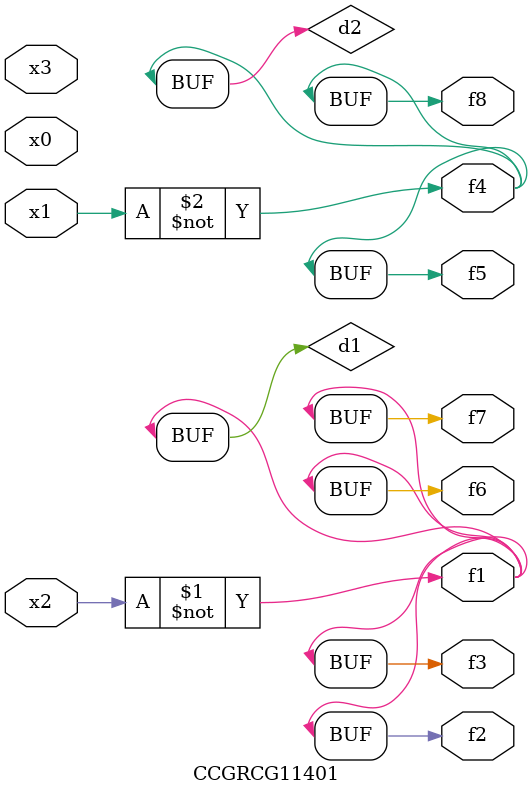
<source format=v>
module CCGRCG11401(
	input x0, x1, x2, x3,
	output f1, f2, f3, f4, f5, f6, f7, f8
);

	wire d1, d2;

	xnor (d1, x2);
	not (d2, x1);
	assign f1 = d1;
	assign f2 = d1;
	assign f3 = d1;
	assign f4 = d2;
	assign f5 = d2;
	assign f6 = d1;
	assign f7 = d1;
	assign f8 = d2;
endmodule

</source>
